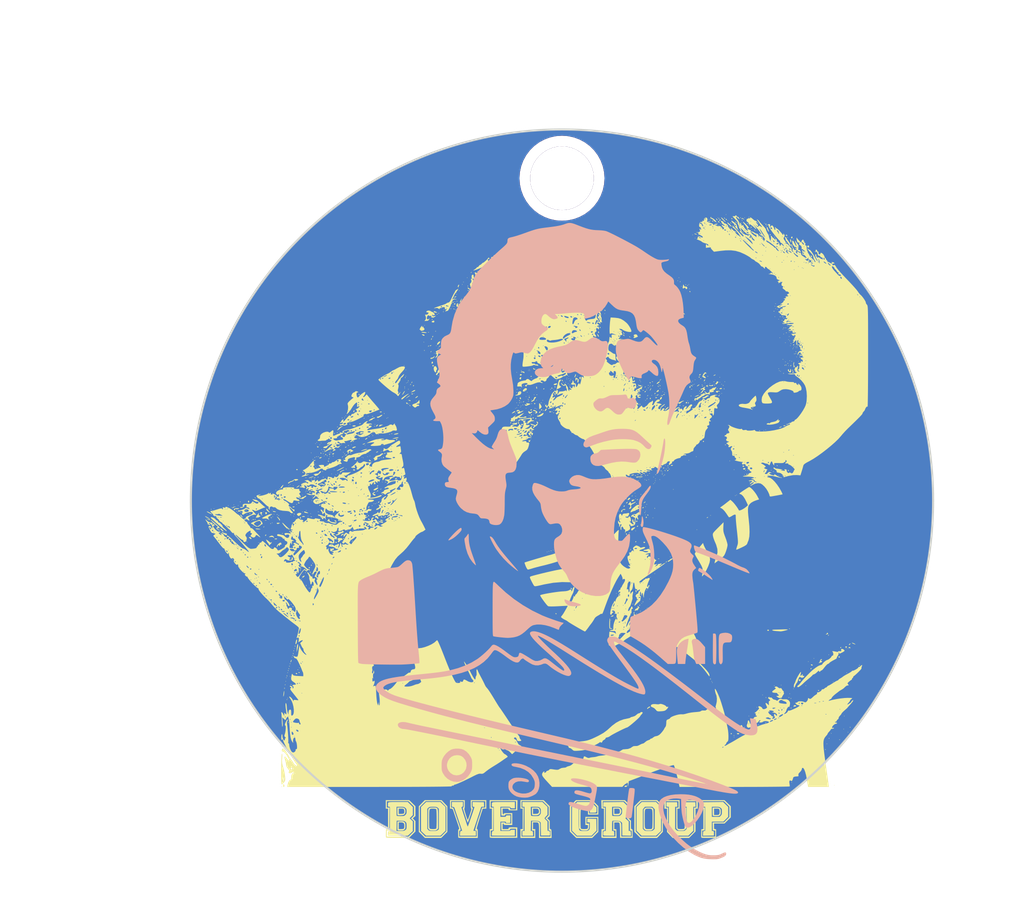
<source format=kicad_pcb>
(kicad_pcb (version 20221018) (generator pcbnew)
  (layers (0 "F.Cu" signal) (31 "B.Cu" signal) (34 "B.Paste" user) (35 "F.Paste" user) (36 "B.SilkS" user "B.Silkscreen") (37 "F.SilkS" user "F.Silkscreen") (38 "B.Mask" user) (39 "F.Mask" user) (44 "Edge.Cuts" user))
  (net 0 "")
  (footprint "EESTN5:logo_messiv3" (layer "F.Cu") (at 136.917097 92.185324)
    (fp_text reference "H2" hide)
    (fp_text value "Mounting_Hole" hide)
  )
  (footprint "EESTN5:hole_3mm" (layer "F.Cu") (at 140 81)
    (fp_text reference "H1" hide)
    (fp_text value "Mounting_Hole" hide)
    (pad "1" thru_hole circle (at 0 0) (size 3 3) (drill 3) (layers "*.Cu" "*.Mask"))
  )
  (footprint "EESTN5:maradov1_bcu" (layer "F.Cu") (at 139.8 98.1)
    (fp_text reference "H4" hide)
    (fp_text value "Mounting_Hole" hide)
  )
  (footprint "EESTN5:bover_nombre" (layer "F.Cu") (at 140 111.2)
    (fp_text reference "H3" hide)
    (fp_text value "Mounting_Hole" hide)
  )
  (gr_circle (center 140 96.2) (end 157.5 96.2) (stroke (width 0.1)) (fill none) (layer "Edge.Cuts"))
  (zone (net 0) (net_name "") (layers "F&B.Cu") (connect_pads (clearance 0.5)) (min_thickness 0.25) (fill yes (thermal_gap 0.5) (thermal_bridge_width 0.5) (smoothing fillet) (island_removal_mode 1) (island_area_min 10))
    (polygon (pts (xy 161.5 77.3) (xy 113.5 77.4) (xy 113.5 114.4) (xy 161.8 114.9)))
  )
)
</source>
